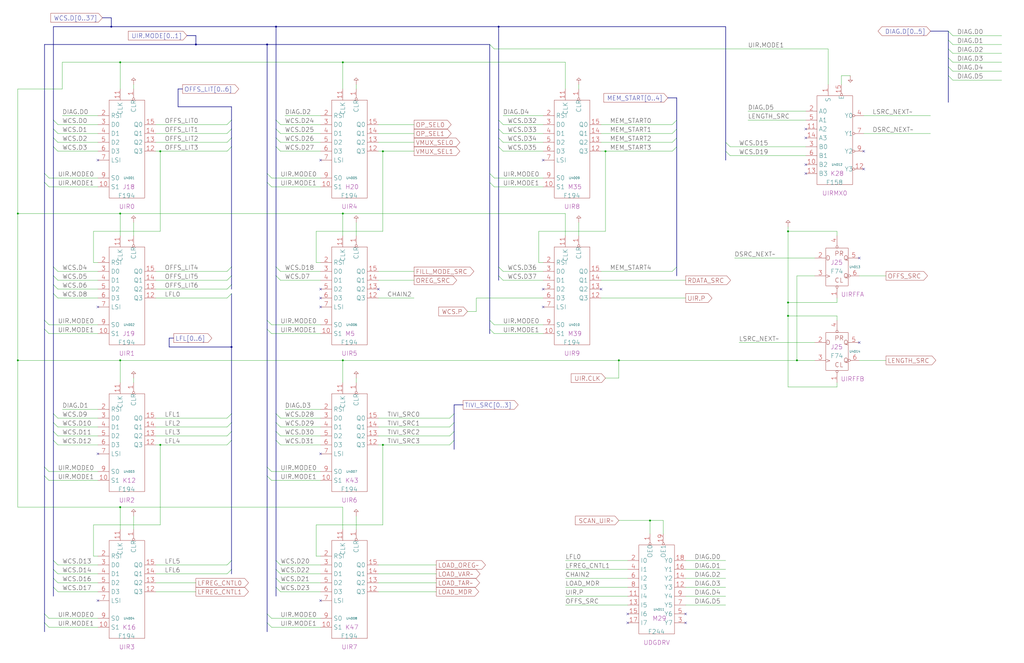
<source format=kicad_sch>
(kicad_sch (version 20250114) (generator "eeschema") (generator_version "9.0")
  (paper "User" 584.2 378.46)
  (title_block (title "MICRO_INSTRUCTION REGISTER") (date "20-MAR-90") (rev "1.0") (comment 1 "FIU") (comment 2 "232-003065") (comment 3 "S400") (comment 4 "RELEASED"))
  (lib_symbols
    (symbol "r1000:F158" (pin_names (offset 1.016))
      (property "Reference" "U" (at 2.54 5.08 0))
      (property "Value" "F158" (at -3.81 -5.08 0))
      (property "Location" "___" (at -1.27 0 0))
      (property "Name" "______" (at 1.27 -12.7 0))
      (symbol "F158_1_1"
        (rectangle (start -8.89 44.45) (end 11.43 -6.35))
        (circle (center 5.08 45.085) (radius 0.635))
        (circle (center 12.065 33.02) (radius 0.635))
        (circle (center 12.065 22.86) (radius 0.635))
        (circle (center 12.065 12.7) (radius 0.635))
        (circle (center 12.065 2.54) (radius 0.635))
        (pin input line (at -15.24 35.56 0) (length 6.35) (name "A0") (number "2"))
        (pin input line (at -15.24 30.48 0) (length 6.35) (name "A1") (number "5"))
        (pin input line (at -15.24 25.4 0) (length 6.35) (name "A2") (number "11"))
        (pin input line (at -15.24 20.32 0) (length 6.35) (name "A3") (number "14"))
        (pin input line (at -15.24 15.24 0) (length 6.35) (name "B0") (number "3"))
        (pin input line (at -15.24 10.16 0) (length 6.35) (name "B1") (number "6"))
        (pin input line (at -15.24 5.08 0) (length 6.35) (name "B2") (number "10"))
        (pin input line (at -15.24 0 0) (length 6.35) (name "B3") (number "13"))
        (pin input line (at -2.54 50.8 270) (length 6.35) (name "S") (number "1"))
        (pin input line (at 5.08 50.8 270) (length 5.08) (name "E") (number "15"))
        (pin output line (at 17.78 33.02 180) (length 5.08) (name "Y0") (number "4"))
        (pin output line (at 17.78 22.86 180) (length 5.08) (name "Y1") (number "7"))
        (pin output line (at 17.78 12.7 180) (length 5.08) (name "Y2") (number "9"))
        (pin output line (at 17.78 2.54 180) (length 5.08) (name "Y3") (number "12"))
      )
    )
    (symbol "r1000:F194" (pin_names (offset 1.016))
      (property "Reference" "U" (at 2.54 5.08 0))
      (property "Value" "F194" (at -3.81 -5.08 0))
      (property "Location" "___" (at -1.27 0 0))
      (property "Name" "______" (at 1.27 -12.7 0))
      (symbol "F194_1_1"
        (rectangle (start -8.89 49.53) (end 11.43 -6.35))
        (circle (center 5.08 50.165) (radius 0.635))
        (pin input line (at -15.24 40.64 0) (length 6.35) (name "RSI") (number "2"))
        (pin input line (at -15.24 35.56 0) (length 6.35) (name "D0") (number "3"))
        (pin input line (at -15.24 30.48 0) (length 6.35) (name "D1") (number "4"))
        (pin input line (at -15.24 25.4 0) (length 6.35) (name "D2") (number "5"))
        (pin input line (at -15.24 20.32 0) (length 6.35) (name "D3") (number "6"))
        (pin input line (at -15.24 15.24 0) (length 6.35) (name "LSI") (number "7"))
        (pin input line (at -15.24 5.08 0) (length 6.35) (name "S0") (number "9"))
        (pin input line (at -15.24 0 0) (length 6.35) (name "S1") (number "10"))
        (pin input line (at -2.54 55.88 270) (length 6.35) (name "CLK") (number "11"))
        (pin input line (at 5.08 55.88 270) (length 5.08) (name "CLR") (number "1"))
        (pin output line (at 17.78 35.56 180) (length 6.35) (name "Q0") (number "15"))
        (pin output line (at 17.78 30.48 180) (length 6.35) (name "Q1") (number "14"))
        (pin output line (at 17.78 25.4 180) (length 6.35) (name "Q2") (number "13"))
        (pin output line (at 17.78 20.32 180) (length 6.35) (name "Q3") (number "12"))
      )
    )
    (symbol "r1000:F244" (pin_names (offset 1.016))
      (property "Reference" "U" (at 2.54 5.08 0))
      (property "Value" "F244" (at -3.81 -7.62 0))
      (property "Location" "___" (at -1.27 0 0))
      (property "Name" "______" (at 1.27 -15.24 0))
      (symbol "F244_1_1"
        (rectangle (start -8.89 41.91) (end 11.43 -8.89))
        (circle (center -2.54 42.545) (radius 0.635))
        (circle (center 5.08 42.545) (radius 0.635))
        (pin input line (at -15.24 33.02 0) (length 6.35) (name "I0") (number "2"))
        (pin input line (at -15.24 27.94 0) (length 6.35) (name "I1") (number "4"))
        (pin input line (at -15.24 22.86 0) (length 6.35) (name "I2") (number "6"))
        (pin input line (at -15.24 17.78 0) (length 6.35) (name "I3") (number "8"))
        (pin input line (at -15.24 12.7 0) (length 6.35) (name "I4") (number "11"))
        (pin input line (at -15.24 7.62 0) (length 6.35) (name "I5") (number "13"))
        (pin input line (at -15.24 2.54 0) (length 6.35) (name "I6") (number "15"))
        (pin input line (at -15.24 -2.54 0) (length 6.35) (name "I7") (number "17"))
        (pin input line (at -2.54 48.26 270) (length 5.08) (name "OE0") (number "1"))
        (pin input line (at 5.08 48.26 270) (length 5.08) (name "OE1") (number "19"))
        (pin tri_state line (at 17.78 33.02 180) (length 6.35) (name "Y0") (number "18"))
        (pin tri_state line (at 17.78 27.94 180) (length 6.35) (name "Y1") (number "16"))
        (pin tri_state line (at 17.78 22.86 180) (length 6.35) (name "Y2") (number "14"))
        (pin tri_state line (at 17.78 17.78 180) (length 6.35) (name "Y3") (number "12"))
        (pin tri_state line (at 17.78 12.7 180) (length 6.35) (name "Y4") (number "9"))
        (pin tri_state line (at 17.78 7.62 180) (length 6.35) (name "Y5") (number "7"))
        (pin tri_state line (at 17.78 2.54 180) (length 6.35) (name "Y6") (number "5"))
        (pin tri_state line (at 17.78 -2.54 180) (length 6.35) (name "Y7") (number "3"))
      )
    )
    (symbol "r1000:F74" (pin_names (offset 1.016) (hide yes))
      (property "Reference" "U" (at 12.7 -2.54 0))
      (property "Value" "F74" (at -1.27 -5.08 0))
      (property "Location" "___" (at -1.27 0 0))
      (property "Name" "______" (at 11.43 -19.685 0))
      (symbol "F74_0_1"
        (rectangle (start -3.81 8.255) (end 8.89 -13.335) (stroke (width 0.1524)))
        (polyline (pts (xy 2.54 10.16) (xy 2.54 9.525)) (stroke (width 0.1524)))
        (polyline (pts (xy 2.54 -15.24) (xy 2.54 -14.605)) (stroke (width 0.1524)))
      )
      (symbol "F74_1_1"
        (circle (center 2.54 8.89) (radius 0.635))
        (circle (center 2.54 -13.97) (radius 0.635))
        (circle (center 9.525 -7.62) (radius 0.635))
        (text "D" (at -2.54 2.54 0) (effects (font (size 2.54 2.54))))
        (text ">" (at -2.54 -7.62 0) (effects (font (size 2.54 2.54))))
        (text "P" (at 2.54 5.08 0) (effects (font (size 2.54 2.54))))
        (text "C" (at 2.54 -10.16 0) (effects (font (size 2.54 2.54))))
        (text "R" (at 5.08 5.08 0) (effects (font (size 2.54 2.54))))
        (text "L" (at 5.08 -10.16 0) (effects (font (size 2.54 2.54))))
        (text "Q" (at 7.62 2.54 0) (effects (font (size 2.54 2.54))))
        (text "Q" (at 7.62 -7.62 0) (effects (font (size 2.54 2.54))))
        (pin input line (at -10.16 2.54 0) (length 6.35) (name "D") (number "2"))
        (pin input line (at -10.16 -7.62 0) (length 6.35) (name "CLK") (number "3"))
        (pin input line (at 2.54 15.24 270) (length 5.08) (name "PR_") (number "4"))
        (pin input line (at 2.54 -20.32 90) (length 5.08) (name "CL_") (number "1"))
        (pin output line (at 15.24 2.54 180) (length 6.35) (name "Q") (number "5"))
        (pin output line (at 15.24 -7.62 180) (length 5.08) (name "Q_") (number "6"))
      )
    )
    (symbol "r1000:PD" (power) (pin_numbers (hide yes)) (pin_names (hide yes)) (in_bom no)
      (symbol "PD_0_1"
        (polyline (pts (xy 0 -2.54) (xy 1.27 -2.54) (xy 0 -3.81) (xy -1.27 -2.54) (xy 0 -2.54)) (stroke (width 0.1524)))
      )
      (symbol "PD_1_1"
        (pin power_in line (at 0 0 270) (length 2.54) (name "PD") (number "1"))
      )
    )
    (symbol "r1000:PU" (power) (pin_numbers (hide yes)) (pin_names (hide yes))
      (symbol "PU_0_1"
        (polyline (pts (xy 0 2.54) (xy -1.27 2.54) (xy 0 3.81) (xy 1.27 2.54) (xy 0 2.54)) (stroke (width 0.1524)))
      )
      (symbol "PU_1_1"
        (pin power_in line (at 0 0 90) (length 2.54) (name "PU") (number "1"))
      )
    )
  )
  (junction (at 111.76 25.4))
  (junction (at 132.08 198.12))
  (junction (at 63.5 15.24))
  (junction (at 68.58 35.56))
  (junction (at 449.58 132.08))
  (junction (at 91.44 254))
  (junction (at 10.16 121.92))
  (junction (at 345.44 86.36))
  (junction (at 353.06 205.74))
  (junction (at 449.58 172.72))
  (junction (at 449.58 180.34))
  (junction (at 68.58 121.92))
  (junction (at 68.58 289.56))
  (junction (at 10.16 205.74))
  (junction (at 284.48 15.24))
  (junction (at 218.44 254))
  (junction (at 370.84 297.18))
  (junction (at 195.58 35.56))
  (junction (at 91.44 86.36))
  (junction (at 195.58 205.74))
  (junction (at 195.58 121.92))
  (junction (at 152.4 25.4))
  (junction (at 454.66 205.74))
  (junction (at 157.48 15.24))
  (junction (at 218.44 86.36))
  (junction (at 68.58 205.74))
  (no_connect (at 459.74 78.74))
  (no_connect (at 55.88 342.9))
  (no_connect (at 309.88 91.44))
  (no_connect (at 309.88 175.26))
  (no_connect (at 55.88 175.26))
  (no_connect (at 490.22 147.32))
  (no_connect (at 492.76 86.36))
  (no_connect (at 182.88 342.9))
  (no_connect (at 358.14 355.6))
  (no_connect (at 459.74 93.98))
  (no_connect (at 342.9 165.1))
  (no_connect (at 391.16 355.6))
  (no_connect (at 182.88 91.44))
  (no_connect (at 391.16 350.52))
  (no_connect (at 459.74 99.06))
  (no_connect (at 459.74 73.66))
  (no_connect (at 309.88 165.1))
  (no_connect (at 358.14 350.52))
  (no_connect (at 492.76 96.52))
  (no_connect (at 182.88 259.08))
  (no_connect (at 55.88 91.44))
  (no_connect (at 182.88 165.1))
  (no_connect (at 182.88 175.26))
  (no_connect (at 55.88 259.08))
  (no_connect (at 182.88 170.18))
  (no_connect (at 490.22 195.58))
  (no_connect (at 215.9 165.1))
  (bus_entry (at 25.4 104.14) (size 2.54 2.54))
  (bus_entry (at 157.48 251.46) (size 2.54 2.54))
  (bus_entry (at 157.48 73.66) (size 2.54 2.54))
  (bus_entry (at 284.48 68.58) (size 2.54 2.54))
  (bus_entry (at 259.08 251.46) (size -2.54 2.54))
  (bus_entry (at 30.48 152.4) (size 2.54 2.54))
  (bus_entry (at 132.08 162.56) (size -2.54 2.54))
  (bus_entry (at 157.48 325.12) (size 2.54 2.54))
  (bus_entry (at 25.4 350.52) (size 2.54 2.54))
  (bus_entry (at 30.48 335.28) (size 2.54 2.54))
  (bus_entry (at 152.4 104.14) (size 2.54 2.54))
  (bus_entry (at 259.08 241.3) (size -2.54 2.54))
  (bus_entry (at 541.02 38.1) (size 2.54 2.54))
  (bus_entry (at 30.48 325.12) (size 2.54 2.54))
  (bus_entry (at 25.4 182.88) (size 2.54 2.54))
  (bus_entry (at 541.02 33.02) (size 2.54 2.54))
  (bus_entry (at 132.08 236.22) (size -2.54 2.54))
  (bus_entry (at 30.48 251.46) (size 2.54 2.54))
  (bus_entry (at 152.4 187.96) (size 2.54 2.54))
  (bus_entry (at 30.48 83.82) (size 2.54 2.54))
  (bus_entry (at 30.48 73.66) (size 2.54 2.54))
  (bus_entry (at 132.08 325.12) (size -2.54 2.54))
  (bus_entry (at 157.48 236.22) (size 2.54 2.54))
  (bus_entry (at 132.08 157.48) (size -2.54 2.54))
  (bus_entry (at 152.4 99.06) (size 2.54 2.54))
  (bus_entry (at 157.48 330.2) (size 2.54 2.54))
  (bus_entry (at 132.08 251.46) (size -2.54 2.54))
  (bus_entry (at 541.02 17.78) (size 2.54 2.54))
  (bus_entry (at 152.4 350.52) (size 2.54 2.54))
  (bus_entry (at 157.48 335.28) (size 2.54 2.54))
  (bus_entry (at 259.08 236.22) (size -2.54 2.54))
  (bus_entry (at 152.4 266.7) (size 2.54 2.54))
  (bus_entry (at 132.08 68.58) (size -2.54 2.54))
  (bus_entry (at 279.4 25.4) (size 2.54 2.54))
  (bus_entry (at 30.48 167.64) (size 2.54 2.54))
  (bus_entry (at 25.4 271.78) (size 2.54 2.54))
  (bus_entry (at 284.48 152.4) (size 2.54 2.54))
  (bus_entry (at 30.48 330.2) (size 2.54 2.54))
  (bus_entry (at 386.08 68.58) (size -2.54 2.54))
  (bus_entry (at 279.4 182.88) (size 2.54 2.54))
  (bus_entry (at 157.48 246.38) (size 2.54 2.54))
  (bus_entry (at 157.48 83.82) (size 2.54 2.54))
  (bus_entry (at 541.02 22.86) (size 2.54 2.54))
  (bus_entry (at 25.4 266.7) (size 2.54 2.54))
  (bus_entry (at 279.4 99.06) (size 2.54 2.54))
  (bus_entry (at 284.48 73.66) (size 2.54 2.54))
  (bus_entry (at 132.08 83.82) (size -2.54 2.54))
  (bus_entry (at 152.4 271.78) (size 2.54 2.54))
  (bus_entry (at 157.48 157.48) (size 2.54 2.54))
  (bus_entry (at 30.48 320.04) (size 2.54 2.54))
  (bus_entry (at 132.08 78.74) (size -2.54 2.54))
  (bus_entry (at 30.48 157.48) (size 2.54 2.54))
  (bus_entry (at 132.08 241.3) (size -2.54 2.54))
  (bus_entry (at 386.08 73.66) (size -2.54 2.54))
  (bus_entry (at 30.48 236.22) (size 2.54 2.54))
  (bus_entry (at 414.02 81.28) (size 2.54 2.54))
  (bus_entry (at 284.48 78.74) (size 2.54 2.54))
  (bus_entry (at 25.4 99.06) (size 2.54 2.54))
  (bus_entry (at 152.4 182.88) (size 2.54 2.54))
  (bus_entry (at 132.08 246.38) (size -2.54 2.54))
  (bus_entry (at 157.48 152.4) (size 2.54 2.54))
  (bus_entry (at 30.48 246.38) (size 2.54 2.54))
  (bus_entry (at 152.4 355.6) (size 2.54 2.54))
  (bus_entry (at 30.48 78.74) (size 2.54 2.54))
  (bus_entry (at 157.48 78.74) (size 2.54 2.54))
  (bus_entry (at 279.4 104.14) (size 2.54 2.54))
  (bus_entry (at 157.48 241.3) (size 2.54 2.54))
  (bus_entry (at 541.02 43.18) (size 2.54 2.54))
  (bus_entry (at 132.08 73.66) (size -2.54 2.54))
  (bus_entry (at 284.48 157.48) (size 2.54 2.54))
  (bus_entry (at 541.02 27.94) (size 2.54 2.54))
  (bus_entry (at 132.08 320.04) (size -2.54 2.54))
  (bus_entry (at 25.4 355.6) (size 2.54 2.54))
  (bus_entry (at 386.08 152.4) (size -2.54 2.54))
  (bus_entry (at 132.08 167.64) (size -2.54 2.54))
  (bus_entry (at 414.02 86.36) (size 2.54 2.54))
  (bus_entry (at 157.48 320.04) (size 2.54 2.54))
  (bus_entry (at 259.08 246.38) (size -2.54 2.54))
  (bus_entry (at 284.48 83.82) (size 2.54 2.54))
  (bus_entry (at 279.4 187.96) (size 2.54 2.54))
  (bus_entry (at 30.48 162.56) (size 2.54 2.54))
  (bus_entry (at 25.4 187.96) (size 2.54 2.54))
  (bus_entry (at 386.08 78.74) (size -2.54 2.54))
  (bus_entry (at 386.08 83.82) (size -2.54 2.54))
  (bus_entry (at 157.48 68.58) (size 2.54 2.54))
  (bus_entry (at 132.08 152.4) (size -2.54 2.54))
  (bus_entry (at 30.48 68.58) (size 2.54 2.54))
  (bus_entry (at 30.48 241.3) (size 2.54 2.54))
  (bus (pts (xy 414.02 15.24) (xy 284.48 15.24)))
  (wire (pts (xy 416.56 83.82) (xy 459.74 83.82)))
  (bus (pts (xy 25.4 25.4) (xy 25.4 99.06)))
  (wire (pts (xy 154.94 358.14) (xy 182.88 358.14)))
  (wire (pts (xy 33.02 238.76) (xy 55.88 238.76)))
  (wire (pts (xy 281.94 190.5) (xy 309.88 190.5)))
  (wire (pts (xy 472.44 48.26) (xy 472.44 27.94)))
  (bus (pts (xy 132.08 320.04) (xy 132.08 325.12)))
  (bus (pts (xy 30.48 335.28) (xy 30.48 340.36)))
  (wire (pts (xy 281.94 101.6) (xy 309.88 101.6)))
  (bus (pts (xy 157.48 251.46) (xy 157.48 320.04)))
  (bus (pts (xy 284.48 15.24) (xy 284.48 68.58)))
  (wire (pts (xy 449.58 132.08) (xy 449.58 129.54)))
  (wire (pts (xy 88.9 248.92) (xy 129.54 248.92)))
  (bus (pts (xy 157.48 152.4) (xy 157.48 157.48)))
  (wire (pts (xy 370.84 297.18) (xy 370.84 304.8)))
  (bus (pts (xy 259.08 231.14) (xy 259.08 236.22)))
  (wire (pts (xy 391.16 330.2) (xy 414.02 330.2)))
  (wire (pts (xy 543.56 45.72) (xy 571.5 45.72)))
  (wire (pts (xy 55.88 317.5) (xy 53.34 317.5)))
  (bus (pts (xy 30.48 157.48) (xy 30.48 162.56)))
  (wire (pts (xy 68.58 205.74) (xy 195.58 205.74)))
  (bus (pts (xy 157.48 15.24) (xy 284.48 15.24)))
  (bus (pts (xy 25.4 266.7) (xy 25.4 271.78)))
  (bus (pts (xy 30.48 330.2) (xy 30.48 335.28)))
  (bus (pts (xy 386.08 55.88) (xy 386.08 68.58)))
  (wire (pts (xy 10.16 289.56) (xy 68.58 289.56)))
  (bus (pts (xy 157.48 325.12) (xy 157.48 330.2)))
  (wire (pts (xy 10.16 50.8) (xy 10.16 121.92)))
  (wire (pts (xy 68.58 289.56) (xy 195.58 289.56)))
  (wire (pts (xy 342.9 71.12) (xy 383.54 71.12)))
  (wire (pts (xy 88.9 160.02) (xy 129.54 160.02)))
  (wire (pts (xy 215.9 337.82) (xy 248.92 337.82)))
  (wire (pts (xy 342.9 76.2) (xy 383.54 76.2)))
  (bus (pts (xy 157.48 15.24) (xy 157.48 68.58)))
  (bus (pts (xy 157.48 78.74) (xy 157.48 83.82)))
  (bus (pts (xy 132.08 198.12) (xy 132.08 236.22)))
  (bus (pts (xy 414.02 81.28) (xy 414.02 86.36)))
  (wire (pts (xy 160.02 322.58) (xy 182.88 322.58)))
  (wire (pts (xy 160.02 254) (xy 182.88 254)))
  (wire (pts (xy 154.94 269.24) (xy 182.88 269.24)))
  (bus (pts (xy 111.76 25.4) (xy 25.4 25.4)))
  (wire (pts (xy 287.02 86.36) (xy 309.88 86.36)))
  (wire (pts (xy 322.58 345.44) (xy 358.14 345.44)))
  (wire (pts (xy 33.02 322.58) (xy 55.88 322.58)))
  (wire (pts (xy 88.9 322.58) (xy 129.54 322.58)))
  (wire (pts (xy 353.06 205.74) (xy 454.66 205.74)))
  (bus (pts (xy 414.02 86.36) (xy 414.02 91.44)))
  (wire (pts (xy 68.58 121.92) (xy 195.58 121.92)))
  (wire (pts (xy 287.02 76.2) (xy 309.88 76.2)))
  (wire (pts (xy 88.9 81.28) (xy 129.54 81.28)))
  (bus (pts (xy 132.08 68.58) (xy 132.08 73.66)))
  (wire (pts (xy 477.52 170.18) (xy 477.52 172.72)))
  (wire (pts (xy 88.9 76.2) (xy 129.54 76.2)))
  (wire (pts (xy 33.02 332.74) (xy 55.88 332.74)))
  (wire (pts (xy 180.34 299.72) (xy 218.44 299.72)))
  (wire (pts (xy 27.94 190.5) (xy 55.88 190.5)))
  (wire (pts (xy 203.2 127) (xy 203.2 134.62)))
  (bus (pts (xy 284.48 83.82) (xy 284.48 152.4)))
  (bus (pts (xy 157.48 330.2) (xy 157.48 335.28)))
  (bus (pts (xy 30.48 167.64) (xy 30.48 236.22)))
  (wire (pts (xy 342.9 154.94) (xy 383.54 154.94)))
  (bus (pts (xy 25.4 182.88) (xy 25.4 187.96)))
  (bus (pts (xy 25.4 187.96) (xy 25.4 266.7)))
  (wire (pts (xy 33.02 81.28) (xy 55.88 81.28)))
  (bus (pts (xy 541.02 33.02) (xy 541.02 38.1)))
  (bus (pts (xy 101.6 60.96) (xy 101.6 50.8)))
  (wire (pts (xy 342.9 81.28) (xy 383.54 81.28)))
  (bus (pts (xy 279.4 104.14) (xy 279.4 182.88)))
  (bus (pts (xy 386.08 73.66) (xy 386.08 78.74)))
  (wire (pts (xy 543.56 25.4) (xy 571.5 25.4)))
  (wire (pts (xy 162.56 233.68) (xy 182.88 233.68)))
  (wire (pts (xy 76.2 215.9) (xy 76.2 218.44)))
  (wire (pts (xy 91.44 254) (xy 129.54 254)))
  (wire (pts (xy 322.58 35.56) (xy 195.58 35.56)))
  (wire (pts (xy 27.94 269.24) (xy 55.88 269.24)))
  (bus (pts (xy 25.4 355.6) (xy 25.4 360.68)))
  (wire (pts (xy 68.58 121.92) (xy 68.58 134.62)))
  (bus (pts (xy 152.4 350.52) (xy 152.4 355.6)))
  (bus (pts (xy 111.76 20.32) (xy 111.76 25.4)))
  (wire (pts (xy 180.34 317.5) (xy 180.34 299.72)))
  (bus (pts (xy 30.48 325.12) (xy 30.48 330.2)))
  (wire (pts (xy 27.94 101.6) (xy 55.88 101.6)))
  (wire (pts (xy 416.56 88.9) (xy 459.74 88.9)))
  (wire (pts (xy 449.58 172.72) (xy 449.58 132.08)))
  (wire (pts (xy 35.56 233.68) (xy 55.88 233.68)))
  (bus (pts (xy 30.48 68.58) (xy 30.48 73.66)))
  (wire (pts (xy 180.34 149.86) (xy 180.34 132.08)))
  (wire (pts (xy 342.9 86.36) (xy 345.44 86.36)))
  (wire (pts (xy 162.56 66.04) (xy 182.88 66.04)))
  (bus (pts (xy 279.4 99.06) (xy 279.4 104.14)))
  (wire (pts (xy 492.76 76.2) (xy 530.86 76.2)))
  (bus (pts (xy 284.48 152.4) (xy 284.48 157.48)))
  (bus (pts (xy 132.08 246.38) (xy 132.08 251.46)))
  (bus (pts (xy 25.4 99.06) (xy 25.4 104.14)))
  (wire (pts (xy 182.88 317.5) (xy 180.34 317.5)))
  (wire (pts (xy 88.9 86.36) (xy 91.44 86.36)))
  (bus (pts (xy 284.48 157.48) (xy 284.48 160.02)))
  (bus (pts (xy 152.4 271.78) (xy 152.4 350.52)))
  (wire (pts (xy 88.9 327.66) (xy 129.54 327.66)))
  (wire (pts (xy 154.94 190.5) (xy 182.88 190.5)))
  (wire (pts (xy 480.06 48.26) (xy 480.06 43.18)))
  (bus (pts (xy 264.16 231.14) (xy 259.08 231.14)))
  (wire (pts (xy 449.58 180.34) (xy 449.58 172.72)))
  (wire (pts (xy 91.44 86.36) (xy 91.44 132.08)))
  (bus (pts (xy 157.48 68.58) (xy 157.48 73.66)))
  (wire (pts (xy 464.82 157.48) (xy 454.66 157.48)))
  (wire (pts (xy 477.52 180.34) (xy 449.58 180.34)))
  (wire (pts (xy 477.52 218.44) (xy 477.52 220.98)))
  (wire (pts (xy 195.58 289.56) (xy 195.58 302.26)))
  (wire (pts (xy 218.44 132.08) (xy 218.44 86.36)))
  (bus (pts (xy 30.48 73.66) (xy 30.48 78.74)))
  (bus (pts (xy 284.48 78.74) (xy 284.48 83.82)))
  (wire (pts (xy 160.02 76.2) (xy 182.88 76.2)))
  (bus (pts (xy 30.48 83.82) (xy 30.48 152.4)))
  (wire (pts (xy 215.9 81.28) (xy 236.22 81.28)))
  (wire (pts (xy 426.72 68.58) (xy 459.74 68.58)))
  (wire (pts (xy 160.02 71.12) (xy 182.88 71.12)))
  (wire (pts (xy 180.34 132.08) (xy 218.44 132.08)))
  (wire (pts (xy 287.02 81.28) (xy 309.88 81.28)))
  (wire (pts (xy 76.2 48.26) (xy 76.2 50.8)))
  (bus (pts (xy 30.48 152.4) (xy 30.48 157.48)))
  (bus (pts (xy 96.52 193.04) (xy 99.06 193.04)))
  (wire (pts (xy 419.1 147.32) (xy 464.82 147.32)))
  (wire (pts (xy 68.58 35.56) (xy 35.56 35.56)))
  (wire (pts (xy 203.2 215.9) (xy 203.2 218.44)))
  (wire (pts (xy 35.56 50.8) (xy 10.16 50.8)))
  (wire (pts (xy 88.9 238.76) (xy 129.54 238.76)))
  (wire (pts (xy 421.64 195.58) (xy 464.82 195.58)))
  (wire (pts (xy 322.58 134.62) (xy 322.58 121.92)))
  (wire (pts (xy 449.58 220.98) (xy 449.58 180.34)))
  (bus (pts (xy 101.6 50.8) (xy 104.14 50.8)))
  (bus (pts (xy 152.4 187.96) (xy 152.4 266.7)))
  (wire (pts (xy 91.44 86.36) (xy 129.54 86.36)))
  (wire (pts (xy 215.9 160.02) (xy 236.22 160.02)))
  (bus (pts (xy 132.08 152.4) (xy 132.08 157.48)))
  (wire (pts (xy 76.2 294.64) (xy 76.2 302.26)))
  (bus (pts (xy 541.02 43.18) (xy 541.02 58.42)))
  (wire (pts (xy 307.34 132.08) (xy 345.44 132.08)))
  (wire (pts (xy 33.02 165.1) (xy 55.88 165.1)))
  (bus (pts (xy 259.08 236.22) (xy 259.08 241.3)))
  (wire (pts (xy 345.44 215.9) (xy 353.06 215.9)))
  (wire (pts (xy 271.78 177.8) (xy 266.7 177.8)))
  (wire (pts (xy 370.84 297.18) (xy 353.06 297.18)))
  (wire (pts (xy 160.02 154.94) (xy 182.88 154.94)))
  (wire (pts (xy 53.34 299.72) (xy 91.44 299.72)))
  (wire (pts (xy 477.52 182.88) (xy 477.52 180.34)))
  (wire (pts (xy 215.9 327.66) (xy 248.92 327.66)))
  (wire (pts (xy 33.02 254) (xy 55.88 254)))
  (bus (pts (xy 30.48 246.38) (xy 30.48 251.46)))
  (bus (pts (xy 152.4 99.06) (xy 152.4 104.14)))
  (wire (pts (xy 215.9 322.58) (xy 248.92 322.58)))
  (bus (pts (xy 284.48 73.66) (xy 284.48 78.74)))
  (bus (pts (xy 414.02 15.24) (xy 414.02 81.28)))
  (bus (pts (xy 157.48 241.3) (xy 157.48 246.38)))
  (wire (pts (xy 195.58 205.74) (xy 195.58 218.44)))
  (bus (pts (xy 30.48 162.56) (xy 30.48 167.64)))
  (bus (pts (xy 152.4 355.6) (xy 152.4 360.68)))
  (bus (pts (xy 132.08 78.74) (xy 132.08 83.82)))
  (wire (pts (xy 215.9 243.84) (xy 256.54 243.84)))
  (wire (pts (xy 218.44 86.36) (xy 236.22 86.36)))
  (wire (pts (xy 27.94 106.68) (xy 55.88 106.68)))
  (bus (pts (xy 30.48 320.04) (xy 30.48 325.12)))
  (wire (pts (xy 10.16 205.74) (xy 68.58 205.74)))
  (bus (pts (xy 152.4 266.7) (xy 152.4 271.78)))
  (wire (pts (xy 543.56 35.56) (xy 571.5 35.56)))
  (wire (pts (xy 27.94 274.32) (xy 55.88 274.32)))
  (wire (pts (xy 322.58 335.28) (xy 358.14 335.28)))
  (bus (pts (xy 259.08 241.3) (xy 259.08 246.38)))
  (bus (pts (xy 132.08 73.66) (xy 132.08 78.74)))
  (wire (pts (xy 160.02 248.92) (xy 182.88 248.92)))
  (bus (pts (xy 132.08 325.12) (xy 132.08 327.66)))
  (wire (pts (xy 322.58 330.2) (xy 358.14 330.2)))
  (bus (pts (xy 30.48 251.46) (xy 30.48 320.04)))
  (bus (pts (xy 279.4 25.4) (xy 152.4 25.4)))
  (bus (pts (xy 132.08 162.56) (xy 132.08 165.1)))
  (bus (pts (xy 132.08 60.96) (xy 132.08 68.58)))
  (wire (pts (xy 342.9 170.18) (xy 391.16 170.18)))
  (bus (pts (xy 279.4 182.88) (xy 279.4 187.96)))
  (wire (pts (xy 68.58 289.56) (xy 68.58 302.26)))
  (bus (pts (xy 386.08 78.74) (xy 386.08 83.82)))
  (bus (pts (xy 541.02 17.78) (xy 541.02 22.86)))
  (wire (pts (xy 543.56 40.64) (xy 571.5 40.64)))
  (wire (pts (xy 33.02 76.2) (xy 55.88 76.2)))
  (bus (pts (xy 279.4 25.4) (xy 279.4 99.06)))
  (wire (pts (xy 68.58 205.74) (xy 68.58 218.44)))
  (wire (pts (xy 353.06 215.9) (xy 353.06 205.74)))
  (bus (pts (xy 30.48 236.22) (xy 30.48 241.3)))
  (wire (pts (xy 215.9 332.74) (xy 248.92 332.74)))
  (bus (pts (xy 63.5 15.24) (xy 157.48 15.24)))
  (bus (pts (xy 157.48 320.04) (xy 157.48 325.12)))
  (wire (pts (xy 154.94 274.32) (xy 182.88 274.32)))
  (wire (pts (xy 330.2 48.26) (xy 330.2 50.8)))
  (wire (pts (xy 391.16 320.04) (xy 414.02 320.04)))
  (wire (pts (xy 480.06 43.18) (xy 485.14 43.18)))
  (wire (pts (xy 309.88 170.18) (xy 271.78 170.18)))
  (wire (pts (xy 88.9 71.12) (xy 129.54 71.12)))
  (wire (pts (xy 345.44 86.36) (xy 383.54 86.36)))
  (wire (pts (xy 378.46 304.8) (xy 378.46 297.18)))
  (wire (pts (xy 281.94 106.68) (xy 309.88 106.68)))
  (wire (pts (xy 218.44 299.72) (xy 218.44 254)))
  (wire (pts (xy 33.02 170.18) (xy 55.88 170.18)))
  (bus (pts (xy 30.48 241.3) (xy 30.48 246.38)))
  (wire (pts (xy 154.94 185.42) (xy 182.88 185.42)))
  (wire (pts (xy 454.66 205.74) (xy 464.82 205.74)))
  (wire (pts (xy 154.94 106.68) (xy 182.88 106.68)))
  (bus (pts (xy 541.02 38.1) (xy 541.02 43.18)))
  (wire (pts (xy 88.9 243.84) (xy 129.54 243.84)))
  (wire (pts (xy 492.76 66.04) (xy 530.86 66.04)))
  (wire (pts (xy 33.02 154.94) (xy 55.88 154.94)))
  (bus (pts (xy 157.48 157.48) (xy 157.48 236.22)))
  (wire (pts (xy 88.9 165.1) (xy 129.54 165.1)))
  (bus (pts (xy 541.02 27.94) (xy 541.02 33.02)))
  (wire (pts (xy 10.16 205.74) (xy 10.16 289.56)))
  (wire (pts (xy 27.94 353.06) (xy 55.88 353.06)))
  (bus (pts (xy 259.08 246.38) (xy 259.08 251.46)))
  (bus (pts (xy 132.08 83.82) (xy 132.08 152.4)))
  (wire (pts (xy 477.52 172.72) (xy 449.58 172.72)))
  (bus (pts (xy 25.4 104.14) (xy 25.4 182.88)))
  (bus (pts (xy 157.48 83.82) (xy 157.48 152.4)))
  (bus (pts (xy 152.4 182.88) (xy 152.4 187.96)))
  (wire (pts (xy 322.58 325.12) (xy 358.14 325.12)))
  (wire (pts (xy 68.58 35.56) (xy 68.58 50.8)))
  (wire (pts (xy 154.94 353.06) (xy 182.88 353.06)))
  (bus (pts (xy 152.4 25.4) (xy 111.76 25.4)))
  (wire (pts (xy 391.16 325.12) (xy 414.02 325.12)))
  (bus (pts (xy 30.48 15.24) (xy 63.5 15.24)))
  (wire (pts (xy 33.02 243.84) (xy 55.88 243.84)))
  (wire (pts (xy 281.94 27.94) (xy 472.44 27.94)))
  (wire (pts (xy 160.02 81.28) (xy 182.88 81.28)))
  (wire (pts (xy 53.34 149.86) (xy 53.34 132.08)))
  (bus (pts (xy 386.08 152.4) (xy 386.08 157.48)))
  (wire (pts (xy 391.16 340.36) (xy 414.02 340.36)))
  (wire (pts (xy 287.02 160.02) (xy 309.88 160.02)))
  (bus (pts (xy 157.48 236.22) (xy 157.48 241.3)))
  (wire (pts (xy 322.58 50.8) (xy 322.58 35.56)))
  (wire (pts (xy 55.88 149.86) (xy 53.34 149.86)))
  (bus (pts (xy 58.42 10.16) (xy 63.5 10.16)))
  (wire (pts (xy 218.44 254) (xy 256.54 254)))
  (wire (pts (xy 35.56 35.56) (xy 35.56 50.8)))
  (wire (pts (xy 454.66 157.48) (xy 454.66 205.74)))
  (wire (pts (xy 88.9 337.82) (xy 111.76 337.82)))
  (wire (pts (xy 215.9 238.76) (xy 256.54 238.76)))
  (wire (pts (xy 33.02 160.02) (xy 55.88 160.02)))
  (bus (pts (xy 132.08 167.64) (xy 132.08 198.12)))
  (wire (pts (xy 160.02 160.02) (xy 182.88 160.02)))
  (bus (pts (xy 25.4 271.78) (xy 25.4 350.52)))
  (wire (pts (xy 490.22 205.74) (xy 505.46 205.74)))
  (bus (pts (xy 157.48 73.66) (xy 157.48 78.74)))
  (wire (pts (xy 88.9 154.94) (xy 129.54 154.94)))
  (wire (pts (xy 490.22 157.48) (xy 505.46 157.48)))
  (bus (pts (xy 132.08 198.12) (xy 96.52 198.12)))
  (bus (pts (xy 152.4 25.4) (xy 152.4 99.06)))
  (bus (pts (xy 63.5 10.16) (xy 63.5 15.24)))
  (bus (pts (xy 530.86 17.78) (xy 541.02 17.78)))
  (bus (pts (xy 541.02 22.86) (xy 541.02 27.94)))
  (wire (pts (xy 203.2 294.64) (xy 203.2 302.26)))
  (bus (pts (xy 132.08 60.96) (xy 101.6 60.96)))
  (wire (pts (xy 215.9 170.18) (xy 236.22 170.18)))
  (wire (pts (xy 215.9 254) (xy 218.44 254)))
  (wire (pts (xy 35.56 66.04) (xy 55.88 66.04)))
  (wire (pts (xy 345.44 132.08) (xy 345.44 86.36)))
  (bus (pts (xy 96.52 198.12) (xy 96.52 193.04)))
  (wire (pts (xy 88.9 254) (xy 91.44 254)))
  (bus (pts (xy 132.08 157.48) (xy 132.08 162.56)))
  (wire (pts (xy 53.34 132.08) (xy 91.44 132.08)))
  (wire (pts (xy 281.94 185.42) (xy 309.88 185.42)))
  (wire (pts (xy 33.02 86.36) (xy 55.88 86.36)))
  (wire (pts (xy 477.52 132.08) (xy 449.58 132.08)))
  (wire (pts (xy 91.44 299.72) (xy 91.44 254)))
  (wire (pts (xy 33.02 337.82) (xy 55.88 337.82)))
  (wire (pts (xy 391.16 335.28) (xy 414.02 335.28)))
  (wire (pts (xy 543.56 20.32) (xy 571.5 20.32)))
  (bus (pts (xy 106.68 20.32) (xy 111.76 20.32)))
  (wire (pts (xy 426.72 63.5) (xy 459.74 63.5)))
  (wire (pts (xy 76.2 127) (xy 76.2 134.62)))
  (wire (pts (xy 391.16 345.44) (xy 414.02 345.44)))
  (bus (pts (xy 279.4 187.96) (xy 279.4 190.5)))
  (wire (pts (xy 307.34 149.86) (xy 307.34 132.08)))
  (wire (pts (xy 271.78 170.18) (xy 271.78 177.8)))
  (wire (pts (xy 215.9 248.92) (xy 256.54 248.92)))
  (wire (pts (xy 88.9 170.18) (xy 129.54 170.18)))
  (wire (pts (xy 309.88 149.86) (xy 307.34 149.86)))
  (wire (pts (xy 287.02 154.94) (xy 309.88 154.94)))
  (bus (pts (xy 259.08 251.46) (xy 259.08 256.54)))
  (wire (pts (xy 195.58 205.74) (xy 353.06 205.74)))
  (wire (pts (xy 215.9 154.94) (xy 236.22 154.94)))
  (wire (pts (xy 195.58 121.92) (xy 195.58 134.62)))
  (bus (pts (xy 25.4 350.52) (xy 25.4 355.6)))
  (wire (pts (xy 154.94 101.6) (xy 182.88 101.6)))
  (wire (pts (xy 215.9 86.36) (xy 218.44 86.36)))
  (wire (pts (xy 322.58 340.36) (xy 358.14 340.36)))
  (wire (pts (xy 160.02 332.74) (xy 182.88 332.74)))
  (wire (pts (xy 33.02 248.92) (xy 55.88 248.92)))
  (wire (pts (xy 160.02 238.76) (xy 182.88 238.76)))
  (wire (pts (xy 342.9 160.02) (xy 391.16 160.02)))
  (wire (pts (xy 215.9 71.12) (xy 236.22 71.12)))
  (bus (pts (xy 386.08 68.58) (xy 386.08 73.66)))
  (wire (pts (xy 27.94 358.14) (xy 55.88 358.14)))
  (wire (pts (xy 378.46 297.18) (xy 370.84 297.18)))
  (wire (pts (xy 287.02 71.12) (xy 309.88 71.12)))
  (wire (pts (xy 330.2 127) (xy 330.2 134.62)))
  (bus (pts (xy 284.48 68.58) (xy 284.48 73.66)))
  (bus (pts (xy 157.48 246.38) (xy 157.48 251.46)))
  (wire (pts (xy 543.56 30.48) (xy 571.5 30.48)))
  (wire (pts (xy 287.02 66.04) (xy 309.88 66.04)))
  (wire (pts (xy 10.16 121.92) (xy 10.16 205.74)))
  (bus (pts (xy 132.08 241.3) (xy 132.08 246.38)))
  (wire (pts (xy 195.58 121.92) (xy 322.58 121.92)))
  (wire (pts (xy 322.58 320.04) (xy 358.14 320.04)))
  (wire (pts (xy 477.52 134.62) (xy 477.52 132.08)))
  (wire (pts (xy 195.58 35.56) (xy 68.58 35.56)))
  (wire (pts (xy 182.88 149.86) (xy 180.34 149.86)))
  (wire (pts (xy 477.52 220.98) (xy 449.58 220.98)))
  (bus (pts (xy 381 55.88) (xy 386.08 55.88)))
  (wire (pts (xy 203.2 48.26) (xy 203.2 50.8)))
  (wire (pts (xy 215.9 76.2) (xy 236.22 76.2)))
  (wire (pts (xy 53.34 317.5) (xy 53.34 299.72)))
  (wire (pts (xy 10.16 121.92) (xy 68.58 121.92)))
  (wire (pts (xy 160.02 337.82) (xy 182.88 337.82)))
  (wire (pts (xy 88.9 332.74) (xy 111.76 332.74)))
  (wire (pts (xy 33.02 71.12) (xy 55.88 71.12)))
  (bus (pts (xy 152.4 104.14) (xy 152.4 182.88)))
  (wire (pts (xy 33.02 327.66) (xy 55.88 327.66)))
  (wire (pts (xy 160.02 327.66) (xy 182.88 327.66)))
  (bus (pts (xy 157.48 335.28) (xy 157.48 340.36)))
  (wire (pts (xy 195.58 35.56) (xy 195.58 50.8)))
  (bus (pts (xy 30.48 78.74) (xy 30.48 83.82)))
  (bus (pts (xy 30.48 15.24) (xy 30.48 68.58)))
  (bus (pts (xy 132.08 251.46) (xy 132.08 320.04)))
  (bus (pts (xy 386.08 83.82) (xy 386.08 152.4)))
  (bus (pts (xy 132.08 236.22) (xy 132.08 241.3)))
  (wire (pts (xy 160.02 243.84) (xy 182.88 243.84)))
  (wire (pts (xy 160.02 86.36) (xy 182.88 86.36)))
  (wire (pts (xy 27.94 185.42) (xy 55.88 185.42)))
  (label "TIVI_SRC2" (at 220.98 248.92 0) (effects (font (size 2.54 2.54))))
  (label "MEM_START1" (at 347.98 76.2 0) (effects (font (size 2.54 2.54))))
  (label "TIVI_SRC1" (at 220.98 243.84 0) (effects (font (size 2.54 2.54))))
  (label "DIAG.D5" (at 396.24 345.44 0) (effects (font (size 2.54 2.54))))
  (label "WCS.D25" (at 162.56 76.2 0) (effects (font (size 2.54 2.54))))
  (label "MEM_START0" (at 347.98 71.12 0) (effects (font (size 2.54 2.54))))
  (label "WCS.D16" (at 35.56 332.74 0) (effects (font (size 2.54 2.54))))
  (label "UIR.MODE0" (at 287.02 101.6 0) (effects (font (size 2.54 2.54))))
  (label "WCS.D31" (at 162.56 254 0) (effects (font (size 2.54 2.54))))
  (label "UIR.MODE0" (at 160.02 269.24 0) (effects (font (size 2.54 2.54))))
  (label "LENGTH_SRC" (at 426.72 68.58 0) (effects (font (size 2.54 2.54))))
  (label "TIVI_SRC3" (at 220.98 254 0) (effects (font (size 2.54 2.54))))
  (label "WCS.D3" (at 35.56 86.36 0) (effects (font (size 2.54 2.54))))
  (label "WCS.D27" (at 162.56 86.36 0) (effects (font (size 2.54 2.54))))
  (label "LSRC_NEXT~" (at 421.64 195.58 0) (effects (font (size 2.54 2.54))))
  (label "UIR.MODE0" (at 33.02 101.6 0) (effects (font (size 2.54 2.54))))
  (label "OFFS_LIT0" (at 93.98 71.12 0) (effects (font (size 2.54 2.54))))
  (label "WCS.D29" (at 162.56 243.84 0) (effects (font (size 2.54 2.54))))
  (label "WCS.D10" (at 35.56 243.84 0) (effects (font (size 2.54 2.54))))
  (label "UIR.MODE1" (at 33.02 274.32 0) (effects (font (size 2.54 2.54))))
  (label "UIR.P" (at 322.58 340.36 0) (effects (font (size 2.54 2.54))))
  (label "WCS.D33" (at 289.56 76.2 0) (effects (font (size 2.54 2.54))))
  (label "LFL4" (at 93.98 254 0) (effects (font (size 2.54 2.54))))
  (label "WCS.D35" (at 289.56 86.36 0) (effects (font (size 2.54 2.54))))
  (label "WCS.D5" (at 35.56 160.02 0) (effects (font (size 2.54 2.54))))
  (label "UIR.MODE0" (at 160.02 353.06 0) (effects (font (size 2.54 2.54))))
  (label "LFL6" (at 93.98 327.66 0) (effects (font (size 2.54 2.54))))
  (label "LFL2" (at 93.98 243.84 0) (effects (font (size 2.54 2.54))))
  (label "LFREG_CNTL1" (at 322.58 325.12 0) (effects (font (size 2.54 2.54))))
  (label "DIAG.D5" (at 426.72 63.5 0) (effects (font (size 2.54 2.54))))
  (label "OFFS_LIT2" (at 93.98 81.28 0) (effects (font (size 2.54 2.54))))
  (label "WCS.D22" (at 160.02 327.66 0) (effects (font (size 2.54 2.54))))
  (label "LFL5" (at 93.98 322.58 0) (effects (font (size 2.54 2.54))))
  (label "WCS.D19" (at 421.64 88.9 0) (effects (font (size 2.54 2.54))))
  (label "DIAG.D1" (at 396.24 325.12 0) (effects (font (size 2.54 2.54))))
  (label "TIVI_SRC0" (at 220.98 238.76 0) (effects (font (size 2.54 2.54))))
  (label "UIR.MODE1" (at 160.02 190.5 0) (effects (font (size 2.54 2.54))))
  (label "WCS.D18" (at 162.56 154.94 0) (effects (font (size 2.54 2.54))))
  (label "DIAG.D0" (at 35.56 66.04 0) (effects (font (size 2.54 2.54))))
  (label "UIR.MODE1" (at 287.02 190.5 0) (effects (font (size 2.54 2.54))))
  (label "WCS.D17" (at 35.56 337.82 0) (effects (font (size 2.54 2.54))))
  (label "WCS.D24" (at 162.56 71.12 0) (effects (font (size 2.54 2.54))))
  (label "LFL0" (at 93.98 170.18 0) (effects (font (size 2.54 2.54))))
  (label "WCS.D15" (at 421.64 83.82 0) (effects (font (size 2.54 2.54))))
  (label "DIAG.D3" (at 162.56 233.68 0) (effects (font (size 2.54 2.54))))
  (label "WCS.D36" (at 289.56 154.94 0) (effects (font (size 2.54 2.54))))
  (label "UIR.MODE0" (at 33.02 353.06 0) (effects (font (size 2.54 2.54))))
  (label "UIR.MODE1" (at 33.02 358.14 0) (effects (font (size 2.54 2.54))))
  (label "LFL1" (at 93.98 238.76 0) (effects (font (size 2.54 2.54))))
  (label "OFFS_LIT5" (at 93.98 160.02 0) (effects (font (size 2.54 2.54))))
  (label "WCS.D21" (at 160.02 332.74 0) (effects (font (size 2.54 2.54))))
  (label "WCS.D13" (at 35.56 322.58 0) (effects (font (size 2.54 2.54))))
  (label "CHAIN2" (at 220.98 170.18 0) (effects (font (size 2.54 2.54))))
  (label "OFFS_LIT6" (at 93.98 165.1 0) (effects (font (size 2.54 2.54))))
  (label "MEM_START2" (at 347.98 81.28 0) (effects (font (size 2.54 2.54))))
  (label "DSRC_NEXT~" (at 419.1 147.32 0) (effects (font (size 2.54 2.54))))
  (label "WCS.D23" (at 160.02 337.82 0) (effects (font (size 2.54 2.54))))
  (label "DIAG.D0" (at 546.1 20.32 0) (effects (font (size 2.54 2.54))))
  (label "DIAG.D0" (at 396.24 320.04 0) (effects (font (size 2.54 2.54))))
  (label "UIR.MODE1" (at 160.02 274.32 0) (effects (font (size 2.54 2.54))))
  (label "DIAG.D4" (at 287.02 66.04 0) (effects (font (size 2.54 2.54))))
  (label "WCS.D11" (at 35.56 248.92 0) (effects (font (size 2.54 2.54))))
  (label "UIR.MODE0" (at 160.02 101.6 0) (effects (font (size 2.54 2.54))))
  (label "UIR.MODE1" (at 33.02 190.5 0) (effects (font (size 2.54 2.54))))
  (label "WCS.D14" (at 35.56 327.66 0) (effects (font (size 2.54 2.54))))
  (label "DIAG.D2" (at 546.1 30.48 0) (effects (font (size 2.54 2.54))))
  (label "DIAG.D1" (at 546.1 25.4 0) (effects (font (size 2.54 2.54))))
  (label "WCS.D32" (at 289.56 71.12 0) (effects (font (size 2.54 2.54))))
  (label "LFL3" (at 93.98 248.92 0) (effects (font (size 2.54 2.54))))
  (label "WCS.D34" (at 289.56 81.28 0) (effects (font (size 2.54 2.54))))
  (label "UIR.MODE1" (at 160.02 358.14 0) (effects (font (size 2.54 2.54))))
  (label "WCS.D7" (at 162.56 160.02 0) (effects (font (size 2.54 2.54))))
  (label "DIAG.D3" (at 546.1 35.56 0) (effects (font (size 2.54 2.54))))
  (label "UIR.MODE0" (at 33.02 269.24 0) (effects (font (size 2.54 2.54))))
  (label "UIR.MODE1" (at 426.72 27.94 0) (effects (font (size 2.54 2.54))))
  (label "WCS.D9" (at 35.56 238.76 0) (effects (font (size 2.54 2.54))))
  (label "WCS.D20" (at 160.02 322.58 0) (effects (font (size 2.54 2.54))))
  (label "DSRC_NEXT~" (at 497.84 76.2 0) (effects (font (size 2.54 2.54))))
  (label "WCS.D4" (at 35.56 154.94 0) (effects (font (size 2.54 2.54))))
  (label "CHAIN2" (at 322.58 330.2 0) (effects (font (size 2.54 2.54))))
  (label "MEM_START4" (at 347.98 154.94 0) (effects (font (size 2.54 2.54))))
  (label "DIAG.D2" (at 162.56 66.04 0) (effects (font (size 2.54 2.54))))
  (label "UIR.MODE0" (at 160.02 185.42 0) (effects (font (size 2.54 2.54))))
  (label "WCS.D30" (at 162.56 248.92 0) (effects (font (size 2.54 2.54))))
  (label "DIAG.D4" (at 396.24 340.36 0) (effects (font (size 2.54 2.54))))
  (label "WCS.D37" (at 289.56 160.02 0) (effects (font (size 2.54 2.54))))
  (label "WCS.D6" (at 35.56 165.1 0) (effects (font (size 2.54 2.54))))
  (label "LSRC_NEXT~" (at 497.84 66.04 0) (effects (font (size 2.54 2.54))))
  (label "DIAG.D5" (at 546.1 45.72 0) (effects (font (size 2.54 2.54))))
  (label "DIAG.D2" (at 396.24 330.2 0) (effects (font (size 2.54 2.54))))
  (label "UIR.MODE0" (at 287.02 185.42 0) (effects (font (size 2.54 2.54))))
  (label "OFFS_LIT4" (at 93.98 154.94 0) (effects (font (size 2.54 2.54))))
  (label "LOAD_MDR" (at 322.58 335.28 0) (effects (font (size 2.54 2.54))))
  (label "MEM_START3" (at 347.98 86.36 0) (effects (font (size 2.54 2.54))))
  (label "DIAG.D1" (at 35.56 233.68 0) (effects (font (size 2.54 2.54))))
  (label "WCS.D26" (at 162.56 81.28 0) (effects (font (size 2.54 2.54))))
  (label "WCS.D8" (at 35.56 170.18 0) (effects (font (size 2.54 2.54))))
  (label "UIR.MODE0" (at 33.02 185.42 0) (effects (font (size 2.54 2.54))))
  (label "UIR.MODE1" (at 33.02 106.68 0) (effects (font (size 2.54 2.54))))
  (label "DIAG.D3" (at 396.24 335.28 0) (effects (font (size 2.54 2.54))))
  (label "WCS.D28" (at 162.56 238.76 0) (effects (font (size 2.54 2.54))))
  (label "OFFS_LIT3" (at 93.98 86.36 0) (effects (font (size 2.54 2.54))))
  (label "WCS.D2" (at 35.56 81.28 0) (effects (font (size 2.54 2.54))))
  (label "LFL0" (at 322.58 320.04 0) (effects (font (size 2.54 2.54))))
  (label "UIR.MODE1" (at 160.02 106.68 0) (effects (font (size 2.54 2.54))))
  (label "WCS.D0" (at 35.56 71.12 0) (effects (font (size 2.54 2.54))))
  (label "OFFS_SRC" (at 322.58 345.44 0) (effects (font (size 2.54 2.54))))
  (label "WCS.D1" (at 35.56 76.2 0) (effects (font (size 2.54 2.54))))
  (label "WCS.D12" (at 35.56 254 0) (effects (font (size 2.54 2.54))))
  (label "UIR.MODE1" (at 287.02 106.68 0) (effects (font (size 2.54 2.54))))
  (label "OFFS_LIT1" (at 93.98 76.2 0) (effects (font (size 2.54 2.54))))
  (label "DIAG.D4" (at 546.1 40.64 0) (effects (font (size 2.54 2.54))))
  (global_label "MEM_START[0..4]" (shape input) (at 381 55.88 180) (effects (font (size 2.54 2.54))) (property "Intersheetrefs" "${INTERSHEET_REFS}" (at 344.4845 55.7213 0) (effects (font (size 1.905 1.905)) (justify right))))
  (global_label "LFREG_CNTL0" (shape output) (at 111.76 332.74 0) (effects (font (size 2.54 2.54))) (property "Intersheetrefs" "${INTERSHEET_REFS}" (at 141.7441 332.5813 0) (effects (font (size 1.905 1.905)) (justify left))))
  (global_label "LOAD_OREG~" (shape output) (at 248.92 322.58 0) (effects (font (size 2.54 2.54))) (property "Intersheetrefs" "${INTERSHEET_REFS}" (at 276.9689 322.4213 0) (effects (font (size 1.905 1.905)) (justify left))))
  (global_label "OP_SEL1" (shape output) (at 236.22 76.2 0) (effects (font (size 2.54 2.54))) (property "Intersheetrefs" "${INTERSHEET_REFS}" (at 257.3746 76.0413 0) (effects (font (size 1.905 1.905)) (justify left))))
  (global_label "UIR.P" (shape output) (at 391.16 170.18 0) (effects (font (size 2.54 2.54))) (property "Intersheetrefs" "${INTERSHEET_REFS}" (at 406.146 170.0213 0) (effects (font (size 1.905 1.905)) (justify left))))
  (global_label "WCS.P" (shape input) (at 266.7 177.8 180) (effects (font (size 2.54 2.54))) (property "Intersheetrefs" "${INTERSHEET_REFS}" (at 250.2626 177.6413 0) (effects (font (size 1.905 1.905)) (justify right))))
  (global_label "LOAD_VAR~" (shape output) (at 248.92 327.66 0) (effects (font (size 2.54 2.54))) (property "Intersheetrefs" "${INTERSHEET_REFS}" (at 273.8241 327.5013 0) (effects (font (size 1.905 1.905)) (justify left))))
  (global_label "VMUX_SEL1" (shape output) (at 236.22 86.36 0) (effects (font (size 2.54 2.54))) (property "Intersheetrefs" "${INTERSHEET_REFS}" (at 262.3336 86.2013 0) (effects (font (size 1.905 1.905)) (justify left))))
  (global_label "LENGTH_SRC" (shape output) (at 505.46 205.74 0) (effects (font (size 2.54 2.54))) (property "Intersheetrefs" "${INTERSHEET_REFS}" (at 533.8717 205.5813 0) (effects (font (size 1.905 1.905)) (justify left))))
  (global_label "LOAD_MDR" (shape output) (at 248.92 337.82 0) (effects (font (size 2.54 2.54))) (property "Intersheetrefs" "${INTERSHEET_REFS}" (at 273.0984 337.6613 0) (effects (font (size 1.905 1.905)) (justify left))))
  (global_label "DIAG.D[0..5]" (shape bidirectional) (at 530.86 17.78 180) (effects (font (size 2.54 2.54))) (property "Intersheetrefs" "${INTERSHEET_REFS}" (at 503.174 17.6213 0) (effects (font (size 1.905 1.905)) (justify right))))
  (global_label "TIVI_SRC[0..3]" (shape output) (at 264.16 231.14 0) (effects (font (size 2.54 2.54))) (property "Intersheetrefs" "${INTERSHEET_REFS}" (at 295.5955 230.9813 0) (effects (font (size 1.905 1.905)) (justify left))))
  (global_label "OFFS_SRC" (shape output) (at 505.46 157.48 0) (effects (font (size 2.54 2.54))) (property "Intersheetrefs" "${INTERSHEET_REFS}" (at 529.1546 157.3213 0) (effects (font (size 1.905 1.905)) (justify left))))
  (global_label "LFL[0..6]" (shape output) (at 99.06 193.04 0) (effects (font (size 2.54 2.54))) (property "Intersheetrefs" "${INTERSHEET_REFS}" (at 120.8193 192.8813 0) (effects (font (size 1.905 1.905)) (justify left))))
  (global_label "VMUX_SEL0" (shape output) (at 236.22 81.28 0) (effects (font (size 2.54 2.54))) (property "Intersheetrefs" "${INTERSHEET_REFS}" (at 262.3336 81.1213 0) (effects (font (size 1.905 1.905)) (justify left))))
  (global_label "RDATA_SRC" (shape output) (at 391.16 160.02 0) (effects (font (size 2.54 2.54))) (property "Intersheetrefs" "${INTERSHEET_REFS}" (at 416.7898 159.8613 0) (effects (font (size 1.905 1.905)) (justify left))))
  (global_label "LOAD_TAR~" (shape output) (at 248.92 332.74 0) (effects (font (size 2.54 2.54))) (property "Intersheetrefs" "${INTERSHEET_REFS}" (at 273.5822 332.5813 0) (effects (font (size 1.905 1.905)) (justify left))))
  (global_label "UIR.CLK" (shape input) (at 345.44 215.9 180) (effects (font (size 2.54 2.54))) (property "Intersheetrefs" "${INTERSHEET_REFS}" (at 325.8578 215.7413 0) (effects (font (size 1.905 1.905)) (justify right))))
  (global_label "LFREG_CNTL1" (shape output) (at 111.76 337.82 0) (effects (font (size 2.54 2.54))) (property "Intersheetrefs" "${INTERSHEET_REFS}" (at 141.7441 337.6613 0) (effects (font (size 1.905 1.905)) (justify left))))
  (global_label "SCAN_UIR~" (shape input) (at 353.06 297.18 180) (effects (font (size 2.54 2.54))) (property "Intersheetrefs" "${INTERSHEET_REFS}" (at 328.2769 297.0213 0) (effects (font (size 1.905 1.905)) (justify right))))
  (global_label "OREG_SRC" (shape output) (at 236.22 160.02 0) (effects (font (size 2.54 2.54))) (property "Intersheetrefs" "${INTERSHEET_REFS}" (at 260.5193 159.8613 0) (effects (font (size 1.905 1.905)) (justify left))))
  (global_label "FILL_MODE_SRC" (shape output) (at 236.22 154.94 0) (effects (font (size 2.54 2.54))) (property "Intersheetrefs" "${INTERSHEET_REFS}" (at 270.3165 154.7813 0) (effects (font (size 1.905 1.905)) (justify left))))
  (global_label "UIR.MODE[0..1]" (shape input) (at 106.68 20.32 180) (effects (font (size 2.54 2.54))) (property "Intersheetrefs" "${INTERSHEET_REFS}" (at 73.1883 20.1613 0) (effects (font (size 1.905 1.905)) (justify right))))
  (global_label "OP_SEL0" (shape output) (at 236.22 71.12 0) (effects (font (size 2.54 2.54))) (property "Intersheetrefs" "${INTERSHEET_REFS}" (at 257.3746 70.9613 0) (effects (font (size 1.905 1.905)) (justify left))))
  (global_label "OFFS_LIT[0..6]" (shape output) (at 104.14 50.8 0) (effects (font (size 2.54 2.54))) (property "Intersheetrefs" "${INTERSHEET_REFS}" (at 136.1803 50.6413 0) (effects (font (size 1.905 1.905)) (justify left))))
  (global_label "WCS.D[0..37]" (shape input) (at 58.42 10.16 180) (effects (font (size 2.54 2.54))) (property "Intersheetrefs" "${INTERSHEET_REFS}" (at 28.9197 10.0013 0) (effects (font (size 1.905 1.905)) (justify right))))
  (symbol (lib_id "r1000:F74") (at 474.98 149.86 0) (unit 1)
    (property "Reference" "U4013" (at 487.68 152.4 0))
    (property "Value" "F74" (at 473.71 154.94 0) (effects (font (size 2.54 2.54)) (justify left)))
    (property "Location" "J25" (at 473.71 149.86 0) (effects (font (size 2.54 2.54)) (justify left)))
    (property "Name" "UIRFFA" (at 486.41 169.545 0) (effects (font (size 2.54 2.54)) (justify bottom)))
  )
  (symbol (lib_id "r1000:PU") (at 203.2 294.64 0) (unit 1)
    (property "Reference" "#PWR0117" (effects (hide yes)))
    (property "Value" "PU" (effects (hide yes)))
  )
  (symbol (lib_id "r1000:F244") (at 373.38 353.06 0) (unit 1)
    (property "Reference" "U4011" (at 375.92 347.98 0))
    (property "Value" "F244" (at 369.57 360.68 0) (effects (font (size 2.54 2.54)) (justify left)))
    (property "Location" "M29" (at 372.11 353.06 0) (effects (font (size 2.54 2.54)) (justify left)))
    (property "Name" "UDGDRV" (at 374.65 368.3 0) (effects (font (size 2.54 2.54)) (justify bottom)))
  )
  (symbol (lib_id "r1000:F194") (at 198.12 190.5 0) (unit 1)
    (property "Reference" "U4006" (at 200.66 185.42 0))
    (property "Value" "F194" (at 194.31 195.58 0) (effects (font (size 2.54 2.54)) (justify left)))
    (property "Location" "M5" (at 196.85 190.5 0) (effects (font (size 2.54 2.54)) (justify left)))
    (property "Name" "UIR5" (at 199.39 203.2 0) (effects (font (size 2.54 2.54)) (justify bottom)))
  )
  (symbol (lib_id "r1000:PU") (at 449.58 129.54 0) (unit 1)
    (property "Reference" "#PWR0109" (effects (hide yes)))
    (property "Value" "PU" (effects (hide yes)))
  )
  (symbol (lib_id "r1000:F194") (at 198.12 106.68 0) (unit 1)
    (property "Reference" "U4005" (at 200.66 101.6 0))
    (property "Value" "F194" (at 194.31 111.76 0) (effects (font (size 2.54 2.54)) (justify left)))
    (property "Location" "H20" (at 196.85 106.68 0) (effects (font (size 2.54 2.54)) (justify left)))
    (property "Name" "UIR4" (at 199.39 119.38 0) (effects (font (size 2.54 2.54)) (justify bottom)))
  )
  (symbol (lib_id "r1000:F194") (at 71.12 358.14 0) (unit 1)
    (property "Reference" "U4004" (at 73.66 353.06 0))
    (property "Value" "F194" (at 67.31 363.22 0) (effects (font (size 2.54 2.54)) (justify left)))
    (property "Location" "K16" (at 69.85 358.14 0) (effects (font (size 2.54 2.54)) (justify left)))
    (property "Name" "UIR3" (at 72.39 370.84 0) (effects (font (size 2.54 2.54)) (justify bottom)))
  )
  (symbol (lib_id "r1000:PU") (at 76.2 215.9 0) (unit 1)
    (property "Reference" "#PWR0111" (effects (hide yes)))
    (property "Value" "PU" (effects (hide yes)))
  )
  (symbol (lib_id "r1000:PU") (at 76.2 294.64 0) (unit 1)
    (property "Reference" "#PWR0116" (effects (hide yes)))
    (property "Value" "PU" (effects (hide yes)))
  )
  (symbol (lib_id "r1000:F194") (at 71.12 274.32 0) (unit 1)
    (property "Reference" "U4003" (at 73.66 269.24 0))
    (property "Value" "F194" (at 67.31 279.4 0) (effects (font (size 2.54 2.54)) (justify left)))
    (property "Location" "K12" (at 69.85 274.32 0) (effects (font (size 2.54 2.54)) (justify left)))
    (property "Name" "UIR2" (at 72.39 287.02 0) (effects (font (size 2.54 2.54)) (justify bottom)))
  )
  (symbol (lib_id "r1000:F74") (at 474.98 198.12 0) (unit 1)
    (property "Reference" "U4014" (at 487.68 200.66 0))
    (property "Value" "F74" (at 473.71 203.2 0) (effects (font (size 2.54 2.54)) (justify left)))
    (property "Location" "J25" (at 473.71 198.12 0) (effects (font (size 2.54 2.54)) (justify left)))
    (property "Name" "UIRFFB" (at 486.41 217.805 0) (effects (font (size 2.54 2.54)) (justify bottom)))
  )
  (symbol (lib_id "r1000:F194") (at 325.12 190.5 0) (unit 1)
    (property "Reference" "U4010" (at 327.66 185.42 0))
    (property "Value" "F194" (at 321.31 195.58 0) (effects (font (size 2.54 2.54)) (justify left)))
    (property "Location" "M39" (at 323.85 190.5 0) (effects (font (size 2.54 2.54)) (justify left)))
    (property "Name" "UIR9" (at 326.39 203.2 0) (effects (font (size 2.54 2.54)) (justify bottom)))
  )
  (symbol (lib_id "r1000:PD") (at 485.14 43.18 0) (unit 1) (in_bom no)
    (property "Reference" "#PWR0107" (effects (hide yes)))
    (property "Value" "PD" (effects (hide yes)))
  )
  (symbol (lib_id "r1000:PU") (at 203.2 215.9 0) (unit 1)
    (property "Reference" "#PWR0112" (effects (hide yes)))
    (property "Value" "PU" (effects (hide yes)))
  )
  (symbol (lib_id "r1000:F194") (at 198.12 358.14 0) (unit 1)
    (property "Reference" "U4008" (at 200.66 353.06 0))
    (property "Value" "F194" (at 194.31 363.22 0) (effects (font (size 2.54 2.54)) (justify left)))
    (property "Location" "K47" (at 196.85 358.14 0) (effects (font (size 2.54 2.54)) (justify left)))
    (property "Name" "UIR7" (at 199.39 370.84 0) (effects (font (size 2.54 2.54)) (justify bottom)))
  )
  (symbol (lib_id "r1000:F158") (at 474.98 99.06 0) (unit 1)
    (property "Reference" "U4012" (at 477.52 93.98 0))
    (property "Value" "F158" (at 471.17 104.14 0) (effects (font (size 2.54 2.54)) (justify left)))
    (property "Location" "K28" (at 473.71 99.06 0) (effects (font (size 2.54 2.54)) (justify left)))
    (property "Name" "UIRMX0" (at 476.25 111.76 0) (effects (font (size 2.54 2.54)) (justify bottom)))
  )
  (symbol (lib_id "r1000:F194") (at 325.12 106.68 0) (unit 1)
    (property "Reference" "U4009" (at 327.66 101.6 0))
    (property "Value" "F194" (at 321.31 111.76 0) (effects (font (size 2.54 2.54)) (justify left)))
    (property "Location" "M35" (at 323.85 106.68 0) (effects (font (size 2.54 2.54)) (justify left)))
    (property "Name" "UIR8" (at 326.39 119.38 0) (effects (font (size 2.54 2.54)) (justify bottom)))
  )
  (symbol (lib_id "r1000:F194") (at 71.12 190.5 0) (unit 1)
    (property "Reference" "U4002" (at 73.66 185.42 0))
    (property "Value" "F194" (at 67.31 195.58 0) (effects (font (size 2.54 2.54)) (justify left)))
    (property "Location" "J19" (at 69.85 190.5 0) (effects (font (size 2.54 2.54)) (justify left)))
    (property "Name" "UIR1" (at 72.39 203.2 0) (effects (font (size 2.54 2.54)) (justify bottom)))
  )
  (symbol (lib_id "r1000:PU") (at 76.2 48.26 0) (unit 1)
    (property "Reference" "#PWR0115" (effects (hide yes)))
    (property "Value" "PU" (effects (hide yes)))
  )
  (symbol (lib_id "r1000:PU") (at 330.2 48.26 0) (unit 1)
    (property "Reference" "#PWR0108" (effects (hide yes)))
    (property "Value" "PU" (effects (hide yes)))
  )
  (symbol (lib_id "r1000:PU") (at 330.2 127 0) (unit 1)
    (property "Reference" "#PWR0106" (effects (hide yes)))
    (property "Value" "PU" (effects (hide yes)))
  )
  (symbol (lib_id "r1000:F194") (at 71.12 106.68 0) (unit 1)
    (property "Reference" "U4001" (at 73.66 101.6 0))
    (property "Value" "F194" (at 67.31 111.76 0) (effects (font (size 2.54 2.54)) (justify left)))
    (property "Location" "J18" (at 69.85 106.68 0) (effects (font (size 2.54 2.54)) (justify left)))
    (property "Name" "UIR0" (at 72.39 119.38 0) (effects (font (size 2.54 2.54)) (justify bottom)))
  )
  (symbol (lib_id "r1000:PU") (at 76.2 127 0) (unit 1)
    (property "Reference" "#PWR0110" (effects (hide yes)))
    (property "Value" "PU" (effects (hide yes)))
  )
  (symbol (lib_id "r1000:F194") (at 198.12 274.32 0) (unit 1)
    (property "Reference" "U4007" (at 200.66 269.24 0))
    (property "Value" "F194" (at 194.31 279.4 0) (effects (font (size 2.54 2.54)) (justify left)))
    (property "Location" "K43" (at 196.85 274.32 0) (effects (font (size 2.54 2.54)) (justify left)))
    (property "Name" "UIR6" (at 199.39 287.02 0) (effects (font (size 2.54 2.54)) (justify bottom)))
  )
  (symbol (lib_id "r1000:PU") (at 203.2 48.26 0) (unit 1)
    (property "Reference" "#PWR0114" (effects (hide yes)))
    (property "Value" "PU" (effects (hide yes)))
  )
  (symbol (lib_id "r1000:PU") (at 203.2 127 0) (unit 1)
    (property "Reference" "#PWR0113" (effects (hide yes)))
    (property "Value" "PU" (effects (hide yes)))
  )
)
</source>
